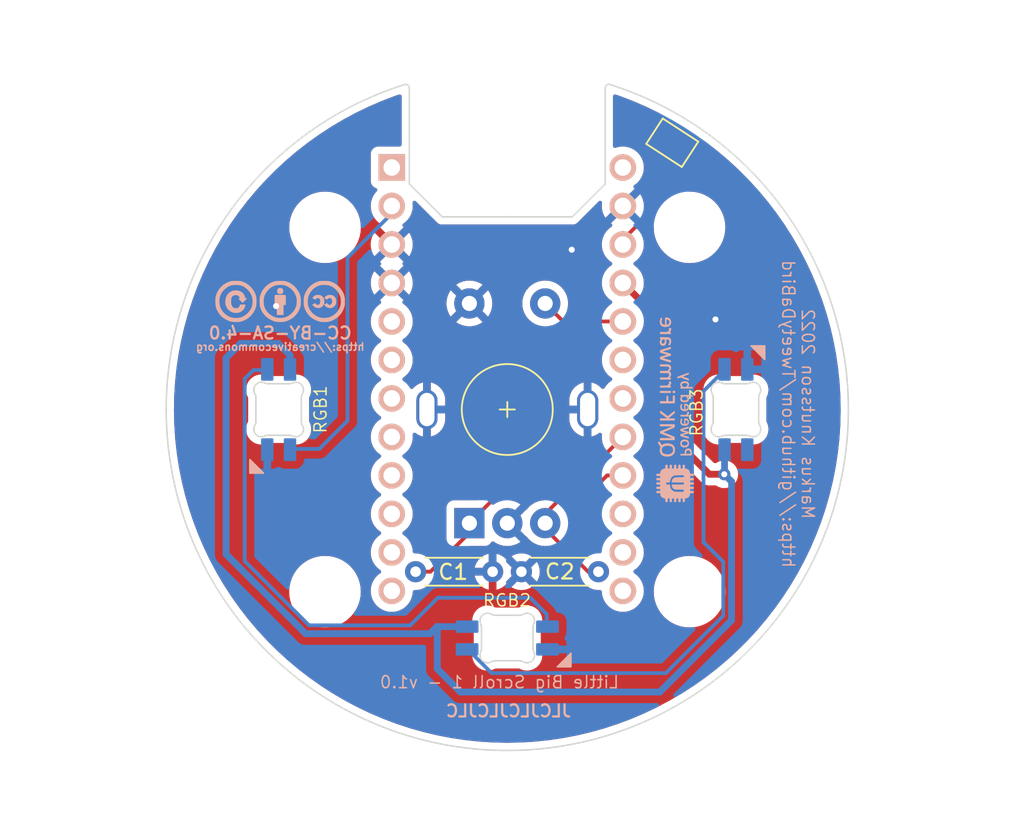
<source format=kicad_pcb>
(kicad_pcb (version 20211014) (generator pcbnew)
  (title_block (title "Litte Big Scroll 1") (date "2022-04-07") (rev "v1.0") (company "Tweety's Wild Thinking") (comment 1 "Markus Knutsson <markus.knutsson@tweety.se>") (comment 2 "https://github.com/TweetyDaBird") (comment 3 "Licensed under Creative Commons BY-SA 4.0 International "))
  (layers (0 "F.Cu" signal) (31 "B.Cu" signal) (34 "B.Paste" user) (35 "F.Paste" user) (36 "B.SilkS" user "B.Silkscreen") (37 "F.SilkS" user "F.Silkscreen") (38 "B.Mask" user) (39 "F.Mask" user) (44 "Edge.Cuts" user))
  (net 0 "")
  (net 1 "ENC_A")
  (net 2 "GND")
  (net 3 "ENC_B")
  (net 4 "Net-(J1-Pad2)")
  (net 5 "VCC")
  (net 6 "Net-(RGB1-Pad2)")
  (net 7 "RGB")
  (net 8 "Net-(RGB2-Pad2)")
  (net 25 "Key")
  (footprint "Keyboard Switches & Encoders:Spacer PCB hole" (layer "F.Cu") (at 43.097185 72.726815)
    (fp_text reference "H3" hide)
    (fp_text value "Spacer_PCB" hide)
    (pad "" np_thru_hole circle (at 0 0) (size 3.7 3.7) (drill 3.7) (layers *.Cu *.Mask))
  )
  (footprint "Keyboard Switches & Encoders:Spacer PCB hole" (layer "F.Cu") (at 43.097185 48.685185)
    (fp_text reference "H1" hide)
    (fp_text value "Spacer_PCB" hide)
    (pad "" np_thru_hole circle (at 0 0) (size 3.7 3.7) (drill 3.7) (layers *.Cu *.Mask))
  )
  (footprint "Keyboard Switches & Encoders:RGB_SK6812MINI-E" (layer "F.Cu") (at 65.118 60.706 90)
    (fp_text reference "RGB3" (at -0.194 2.482 90) (layer "F.SilkS") (effects (font (size 0.8 0.8) (thickness 0.1))))
    (fp_text value "SK6812MINI-E")
    (fp_line (start 0.794452 6.579999) (end -0.794452 6.579999) (layer "Edge.Cuts") (width 0.1))
    (fp_line (start -0.794452 3.58) (end 0.794453 3.58) (layer "Edge.Cuts") (width 0.1))
    (fp_line (start 1.699999 4.377157) (end 1.699999 5.782841) (layer "Edge.Cuts") (width 0.1))
    (fp_line (start -1.699999 5.782841) (end -1.699999 4.377157) (layer "Edge.Cuts") (width 0.1))
    (fp_arc (start 1.749484 5.999718) (mid 1.638072 6.584034) (end 1.046711 6.648298) (layer "Edge.Cuts") (width 0.1))
    (fp_arc (start 0.794452 6.579999) (mid 0.925123 6.597376) (end 1.046711 6.648298) (layer "Edge.Cuts") (width 0.1))
    (fp_arc (start -1.04671 6.648298) (mid -0.925122 6.597376) (end -0.794452 6.579999) (layer "Edge.Cuts") (width 0.1))
    (fp_arc (start -1.046711 6.648296) (mid -1.63807 6.584033) (end -1.749484 5.999719) (layer "Edge.Cuts") (width 0.1))
    (fp_arc (start -1.749484 4.160279) (mid -1.638071 3.575964) (end -1.046711 3.5117) (layer "Edge.Cuts") (width 0.1))
    (fp_arc (start 1.749484 5.999719) (mid 1.712518 5.894069) (end 1.699999 5.782841) (layer "Edge.Cuts") (width 0.1))
    (fp_arc (start 1.699999 4.377156) (mid 1.712527 4.26593) (end 1.749484 4.160279) (layer "Edge.Cuts") (width 0.1))
    (fp_arc (start 1.046711 3.511701) (mid 1.638071 3.575964) (end 1.749484 4.160279) (layer "Edge.Cuts") (width 0.1))
    (fp_arc (start -1.749484 4.160279) (mid -1.712527 4.265931) (end -1.699999 4.377157) (layer "Edge.Cuts") (width 0.1))
    (fp_arc (start -0.794453 3.579999) (mid -0.925123 3.562622) (end -1.046711 3.5117) (layer "Edge.Cuts") (width 0.1))
    (fp_arc (start 1.046711 3.511701) (mid 0.925123 3.562623) (end 0.794453 3.58) (layer "Edge.Cuts") (width 0.1))
    (fp_arc (start -1.699999 5.782842) (mid -1.712527 5.894067) (end -1.749484 5.999719) (layer "Edge.Cuts") (width 0.1))
    (pad "1" smd roundrect (at -2.65 4.329999) (size 0.82 1.5) (layers "B.Cu" "B.Paste" "B.Mask") (roundrect_rratio 0.1) (net 5 "VCC"))
    (pad "2" smd roundrect (at -2.65 5.829999) (size 0.82 1.5) (layers "B.Cu" "B.Paste" "B.Mask") (roundrect_rratio 0.1))
    (pad "3" smd roundrect (at 2.65 5.829999) (size 0.82 1.5) (layers "B.Cu" "B.Paste" "B.Mask") (roundrect_rratio 0.1) (net 2 "GND"))
    (pad "4" smd roundrect (at 2.65 4.329999) (size 0.82 1.5) (layers "B.Cu" "B.Paste" "B.Mask") (roundrect_rratio 0.1) (net 8 "Net-(RGB2-Pad2)"))
  )
  (footprint "Keyboard Switches & Encoders:Spacer PCB hole" (layer "F.Cu") (at 67.138815 72.726815)
    (fp_text reference "H2" hide)
    (fp_text value "Spacer_PCB" hide)
    (pad "" np_thru_hole circle (at 0 0) (size 3.7 3.7) (drill 3.7) (layers *.Cu *.Mask))
  )
  (footprint "Keyboard Switches & Encoders:RGB_SK6812MINI-E" (layer "F.Cu") (at 45.118 60.706 -90)
    (fp_text reference "RGB1" (at -0.006 2.318 90) (layer "F.SilkS") (effects (font (size 0.8 0.8) (thickness 0.1))))
    (fp_text value "SK6812MINI-E")
    (fp_line (start -1.699999 5.782841) (end -1.699999 4.377157) (layer "Edge.Cuts") (width 0.1))
    (fp_line (start -0.794452 3.58) (end 0.794453 3.58) (layer "Edge.Cuts") (width 0.1))
    (fp_line (start 1.699999 4.377157) (end 1.699999 5.782841) (layer "Edge.Cuts") (width 0.1))
    (fp_line (start 0.794452 6.579999) (end -0.794452 6.579999) (layer "Edge.Cuts") (width 0.1))
    (fp_arc (start 0.794452 6.579999) (mid 0.925123 6.597376) (end 1.046711 6.648298) (layer "Edge.Cuts") (width 0.1))
    (fp_arc (start 1.046711 3.511701) (mid 0.925123 3.562623) (end 0.794453 3.58) (layer "Edge.Cuts") (width 0.1))
    (fp_arc (start -1.749484 4.160279) (mid -1.712527 4.265931) (end -1.699999 4.377157) (layer "Edge.Cuts") (width 0.1))
    (fp_arc (start -1.04671 6.648298) (mid -0.925122 6.597376) (end -0.794452 6.579999) (layer "Edge.Cuts") (width 0.1))
    (fp_arc (start -1.699999 5.782842) (mid -1.712527 5.894067) (end -1.749484 5.999719) (layer "Edge.Cuts") (width 0.1))
    (fp_arc (start -1.749484 4.160279) (mid -1.638071 3.575964) (end -1.046711 3.5117) (layer "Edge.Cuts") (width 0.1))
    (fp_arc (start -1.046711 6.648296) (mid -1.63807 6.584033) (end -1.749484 5.999719) (layer "Edge.Cuts") (width 0.1))
    (fp_arc (start 1.699999 4.377156) (mid 1.712527 4.26593) (end 1.749484 4.160279) (layer "Edge.Cuts") (width 0.1))
    (fp_arc (start 1.749484 5.999719) (mid 1.712518 5.894069) (end 1.699999 5.782841) (layer "Edge.Cuts") (width 0.1))
    (fp_arc (start -0.794453 3.579999) (mid -0.925123 3.562622) (end -1.046711 3.5117) (layer "Edge.Cuts") (width 0.1))
    (fp_arc (start 1.046711 3.511701) (mid 1.638071 3.575964) (end 1.749484 4.160279) (layer "Edge.Cuts") (width 0.1))
    (fp_arc (start 1.749484 5.999718) (mid 1.638072 6.584034) (end 1.046711 6.648298) (layer "Edge.Cuts") (width 0.1))
    (pad "1" smd roundrect (at -2.65 4.329999 180) (size 0.82 1.5) (layers "B.Cu" "B.Paste" "B.Mask") (roundrect_rratio 0.1) (net 5 "VCC"))
    (pad "2" smd roundrect (at -2.65 5.829999 180) (size 0.82 1.5) (layers "B.Cu" "B.Paste" "B.Mask") (roundrect_rratio 0.1) (net 6 "Net-(RGB1-Pad2)"))
    (pad "3" smd roundrect (at 2.65 5.829999 180) (size 0.82 1.5) (layers "B.Cu" "B.Paste" "B.Mask") (roundrect_rratio 0.1) (net 2 "GND"))
    (pad "4" smd roundrect (at 2.65 4.329999 180) (size 0.82 1.5) (layers "B.Cu" "B.Paste" "B.Mask") (roundrect_rratio 0.1) (net 7 "RGB"))
  )
  (footprint "Resistor_THT:R_Axial_DIN0204_L3.6mm_D1.6mm_P5.08mm_Horizontal" (layer "F.Cu") (at 56.05 71.41)
    (fp_text reference "C2" (at 2.53 -0.01) (layer "F.SilkS"))
    (fp_text value "100nF")
    (pad "1" thru_hole circle locked (at 0 0) (size 1.4 1.4) (drill 0.7) (layers *.Cu *.Mask) (net 2 "GND"))
    (pad "2" thru_hole oval locked (at 5.08 0) (size 1.4 1.4) (drill 0.7) (layers *.Cu *.Mask) (net 3 "ENC_B"))
  )
  (footprint "Keyboard Switches & Encoders:Spacer PCB hole" (layer "F.Cu") (at 67.138815 48.685185)
    (fp_text reference "H4" hide)
    (fp_text value "Spacer_PCB" hide)
    (pad "" np_thru_hole circle (at 0 0) (size 3.7 3.7) (drill 3.7) (layers *.Cu *.Mask))
  )
  (footprint "Keyboard Switches & Encoders:RGB_SK6812MINI-E" (layer "F.Cu") (at 55.118 70.706)
    (fp_text reference "RGB2" (at -0.018 2.594 unlocked) (layer "F.SilkS") (effects (font (size 0.8 0.8) (thickness 0.1))))
    (fp_text value "SK6812MINI-E")
    (fp_line (start -0.794452 3.58) (end 0.794453 3.58) (layer "Edge.Cuts") (width 0.1))
    (fp_line (start 1.699999 4.377157) (end 1.699999 5.782841) (layer "Edge.Cuts") (width 0.1))
    (fp_line (start 0.794452 6.579999) (end -0.794452 6.579999) (layer "Edge.Cuts") (width 0.1))
    (fp_line (start -1.699999 5.782841) (end -1.699999 4.377157) (layer "Edge.Cuts") (width 0.1))
    (fp_arc (start 1.046711 3.511701) (mid 0.925123 3.562623) (end 0.794453 3.58) (layer "Edge.Cuts") (width 0.1))
    (fp_arc (start 1.749484 5.999718) (mid 1.638072 6.584034) (end 1.046711 6.648298) (layer "Edge.Cuts") (width 0.1))
    (fp_arc (start -1.699999 5.782842) (mid -1.712527 5.894067) (end -1.749484 5.999719) (layer "Edge.Cuts") (width 0.1))
    (fp_arc (start 1.749484 5.999719) (mid 1.712518 5.894069) (end 1.699999 5.782841) (layer "Edge.Cuts") (width 0.1))
    (fp_arc (start 1.699999 4.377156) (mid 1.712527 4.26593) (end 1.749484 4.160279) (layer "Edge.Cuts") (width 0.1))
    (fp_arc (start -0.794453 3.579999) (mid -0.925123 3.562622) (end -1.046711 3.5117) (layer "Edge.Cuts") (width 0.1))
    (fp_arc (start -1.04671 6.648298) (mid -0.925122 6.597376) (end -0.794452 6.579999) (layer "Edge.Cuts") (width 0.1))
    (fp_arc (start -1.749484 4.160279) (mid -1.712527 4.265931) (end -1.699999 4.377157) (layer "Edge.Cuts") (width 0.1))
    (fp_arc (start -1.046711 6.648296) (mid -1.63807 6.584033) (end -1.749484 5.999719) (layer "Edge.Cuts") (width 0.1))
    (fp_arc (start -1.749484 4.160279) (mid -1.638071 3.575964) (end -1.046711 3.5117) (layer "Edge.Cuts") (width 0.1))
    (fp_arc (start 0.794452 6.579999) (mid 0.925123 6.597376) (end 1.046711 6.648298) (layer "Edge.Cuts") (width 0.1))
    (fp_arc (start 1.046711 3.511701) (mid 1.638071 3.575964) (end 1.749484 4.160279) (layer "Edge.Cuts") (width 0.1))
    (pad "1" smd roundrect (at -2.65 4.329999 270) (size 0.82 1.5) (layers "B.Cu" "B.Paste" "B.Mask") (roundrect_rratio 0.1) (net 5 "VCC"))
    (pad "2" smd roundrect (at -2.65 5.829999 270) (size 0.82 1.5) (layers "B.Cu" "B.Paste" "B.Mask") (roundrect_rratio 0.1) (net 8 "Net-(RGB2-Pad2)"))
    (pad "3" smd roundrect (at 2.65 5.829999 270) (size 0.82 1.5) (layers "B.Cu" "B.Paste" "B.Mask") (roundrect_rratio 0.1) (net 2 "GND"))
    (pad "4" smd roundrect (at 2.65 4.329999 270) (size 0.82 1.5) (layers "B.Cu" "B.Paste" "B.Mask") (roundrect_rratio 0.1) (net 6 "Net-(RGB1-Pad2)"))
  )
  (footprint "Keyboard Library:RotaryEncoder_Alps_EC11E-Switch_Vertical_H20_special" (layer "F.Cu") (at 55.118 60.706 90)
    (fp_text reference "SW5" hide)
    (fp_text value "Rotary_Encoder_Switch")
    (pad "A" thru_hole rect locked (at -7.5 -2.5 90) (size 2 2) (drill 1) (layers *.Cu *.Mask) (net 1 "ENC_A"))
    (pad "B" thru_hole circle locked (at -7.5 2.5 90) (size 2 2) (drill 1) (layers *.Cu *.Mask) (net 3 "ENC_B"))
    (pad "C" thru_hole circle locked (at -7.5 0 90) (size 2 2) (drill 1) (layers *.Cu *.Mask) (net 2 "GND"))
    (pad "MP1" thru_hole oval locked (at 0 -5.3 90) (size 2.6 1.4) (drill oval 2.2 1) (layers *.Cu *.Mask) (net 2 "GND"))
    (pad "MP2" thru_hole oval locked (at 0 5.3 90) (size 2.6 1.4) (drill oval 2.2 1) (layers *.Cu *.Mask) (net 2 "GND"))
    (pad "S1" thru_hole circle locked (at 7 2.5 90) (size 2 2) (drill 1) (layers *.Cu *.Mask) (net 25 "Key"))
    (pad "S2" thru_hole circle locked (at 7 -2.5 90) (size 2 2) (drill 1) (layers *.Cu *.Mask) (net 2 "GND"))
  )
  (footprint "Common Library:ProMicro" (layer "F.Cu") (at 55.118 58.706 -90)
    (fp_text reference "U1" hide)
    (fp_text value "ProMicro" hide)
    (pad "1" thru_hole rect (at -13.97 7.62 270) (size 1.7526 1.7526) (drill 1.0922) (layers *.Cu *.SilkS *.Mask))
    (pad "2" thru_hole circle (at -11.43 7.62 270) (size 1.7526 1.7526) (drill 1.0922) (layers *.Cu *.SilkS *.Mask) (net 7 "RGB"))
    (pad "3" thru_hole circle (at -8.89 7.62 270) (size 1.7526 1.7526) (drill 1.0922) (layers *.Cu *.SilkS *.Mask) (net 2 "GND"))
    (pad "4" thru_hole circle (at -6.35 7.62 270) (size 1.7526 1.7526) (drill 1.0922) (layers *.Cu *.SilkS *.Mask) (net 2 "GND"))
    (pad "5" thru_hole circle (at -3.81 7.62 270) (size 1.7526 1.7526) (drill 1.0922) (layers *.Cu *.SilkS *.Mask))
    (pad "6" thru_hole circle (at -1.27 7.62 270) (size 1.7526 1.7526) (drill 1.0922) (layers *.Cu *.SilkS *.Mask))
    (pad "7" thru_hole circle (at 1.27 7.62 270) (size 1.7526 1.7526) (drill 1.0922) (layers *.Cu *.SilkS *.Mask))
    (pad "8" thru_hole circle (at 3.81 7.62 270) (size 1.7526 1.7526) (drill 1.0922) (layers *.Cu *.SilkS *.Mask))
    (pad "9" thru_hole circle (at 6.35 7.62 270) (size 1.7526 1.7526) (drill 1.0922) (layers *.Cu *.SilkS *.Mask))
    (pad "10" thru_hole circle (at 8.89 7.62 270) (size 1.7526 1.7526) (drill 1.0922) (layers *.Cu *.SilkS *.Mask))
    (pad "11" thru_hole circle (at 11.43 7.62 270) (size 1.7526 1.7526) (drill 1.0922) (layers *.Cu *.SilkS *.Mask))
    (pad "12" thru_hole circle (at 13.97 7.62 270) (size 1.7526 1.7526) (drill 1.0922) (layers *.Cu *.SilkS *.Mask))
    (pad "13" thru_hole circle (at 13.97 -7.62 270) (size 1.7526 1.7526) (drill 1.0922) (layers *.Cu *.SilkS *.Mask))
    (pad "14" thru_hole circle (at 11.43 -7.62 270) (size 1.7526 1.7526) (drill 1.0922) (layers *.Cu *.SilkS *.Mask))
    (pad "15" thru_hole circle (at 8.89 -7.62 270) (size 1.7526 1.7526) (drill 1.0922) (layers *.Cu *.SilkS *.Mask))
    (pad "16" thru_hole circle (at 6.35 -7.62 270) (size 1.7526 1.7526) (drill 1.0922) (layers *.Cu *.SilkS *.Mask) (net 3 "ENC_B"))
    (pad "17" thru_hole circle (at 3.81 -7.62 270) (size 1.7526 1.7526) (drill 1.0922) (layers *.Cu *.SilkS *.Mask) (net 1 "ENC_A"))
    (pad "18" thru_hole circle (at 1.27 -7.62 270) (size 1.7526 1.7526) (drill 1.0922) (layers *.Cu *.SilkS *.Mask))
    (pad "19" thru_hole circle (at -1.27 -7.62 270) (size 1.7526 1.7526) (drill 1.0922) (layers *.Cu *.SilkS *.Mask))
    (pad "20" thru_hole circle (at -3.81 -7.62 270) (size 1.7526 1.7526) (drill 1.0922) (layers *.Cu *.SilkS *.Mask) (net 25 "Key"))
    (pad "21" thru_hole circle (at -6.35 -7.62 270) (size 1.7526 1.7526) (drill 1.0922) (layers *.Cu *.SilkS *.Mask) (net 5 "VCC"))
    (pad "22" thru_hole circle (at -8.89 -7.62 270) (size 1.7526 1.7526) (drill 1.0922) (layers *.Cu *.SilkS *.Mask) (net 4 "Net-(J1-Pad2)"))
    (pad "23" thru_hole circle (at -11.43 -7.62 270) (size 1.7526 1.7526) (drill 1.0922) (layers *.Cu *.SilkS *.Mask) (net 2 "GND"))
    (pad "24" thru_hole circle (at -13.97 -7.62 270) (size 1.7526 1.7526) (drill 1.0922) (layers *.Cu *.SilkS *.Mask))
  )
  (footprint "Jumper:SolderJumper-2_P1.3mm_Open_Pad1.0x1.5mm" (layer "F.Cu") (at 66 43.1 -33)
    (fp_text reference "J1" hide)
    (fp_text value "Conn_01x02")
    (pad "1" smd rect (at -0.65 0 327) (size 1 1.5) (layers "F.Cu" "F.Mask") (net 2 "GND"))
    (pad "2" smd rect (at 0.65 0 327) (size 1 1.5) (layers "F.Cu" "F.Mask") (net 4 "Net-(J1-Pad2)"))
  )
  (footprint "Resistor_THT:R_Axial_DIN0204_L3.6mm_D1.6mm_P5.08mm_Horizontal" (layer "F.Cu") (at 49.07 71.41)
    (fp_text reference "C1" (at 2.48 0.02) (layer "F.SilkS"))
    (fp_text value "100nF")
    (pad "1" thru_hole circle locked (at 0 0) (size 1.4 1.4) (drill 0.7) (layers *.Cu *.Mask) (net 1 "ENC_A"))
    (pad "2" thru_hole oval locked (at 5.08 0) (size 1.4 1.4) (drill 0.7) (layers *.Cu *.Mask) (net 2 "GND"))
  )
  (footprint "Logotypes:CC_BY_SA_40" (layer "B.Cu") (at 40.1 54.5 180)
    (fp_text reference "Logo1")
    (fp_text value "CC-BY-SA-4.0" (at -0.041555 -1.16) (layer "B.SilkS") (effects (font (size 0.8 0.8)) (justify mirror)))
    (fp_text user "https://creativecommons.org" (at -0.041555 -2.07) (layer "B.SilkS") (effects (font (size 0.5 0.5) (thickness 0.1)) (justify mirror)))
  )
  (footprint "Logotypes:Powered_by_QMK" (layer "B.Cu") (at 66.2 60.7 90)
    (fp_text reference "Logo2" hide)
    (fp_text value "QMK_Logo" hide)
  )
  (gr_line (start 55.118 47.99) (end 59.41 47.99) (layer "Edge.Cuts") (width 0.1))
  (gr_line (start 61.58 45.82) (end 61.579801 39.490199) (layer "Edge.Cuts") (width 0.1))
  (gr_line (start 55.118 47.99) (end 50.83 47.99) (layer "Edge.Cuts") (width 0.1))
  (gr_line (start 61.58 45.82) (end 59.41 47.99) (layer "Edge.Cuts") (width 0.1))
  (gr_line (start 48.66 45.82) (end 48.66 39.49) (layer "Edge.Cuts") (width 0.1))
  (gr_line (start 48.66 45.82) (end 50.83 47.99) (layer "Edge.Cuts") (width 0.1))
  (gr_arc (start 61.579801 39.490199) (mid 61.653083 39.313282) (end 61.83 39.24) (layer "Edge.Cuts") (width 0.1))
  (gr_arc (start 61.83 39.24) (mid 55.119248 83.208152) (end 48.409801 39.239801) (layer "Edge.Cuts") (width 0.1))
  (gr_arc (start 48.409801 39.239801) (mid 48.586718 39.313083) (end 48.66 39.49) (layer "Edge.Cuts") (width 0.1))
  (gr_text "Little Big Scroll 1 - v1.0" (at 54.6 78.7) (layer "B.SilkS") (effects (font (size 0.8 0.8) (thickness 0.1)) (justify mirror)))
  (gr_text "JLCJLCJLCJLC" (at 55.2 80.6) (layer "B.SilkS") (effects (font (size 0.8 0.8)) (justify mirror)))
  (gr_text "Markus Knutsson 2022\nhttps://github.com/TweetyDaBird" (at 74.3 61 270) (layer "B.SilkS") (effects (font (size 0.8 0.8) (thickness 0.1)) (justify mirror)))
  (segment (start 52.618 68.842) (end 50.05 71.41) (width 0.25) (layer "F.Cu") (net 1))
  (segment (start 59.85 65.404) (end 59.85 65.47) (width 0.25) (layer "F.Cu") (net 1))
  (segment (start 50.05 71.41) (end 49.08 71.41) (width 0.25) (layer "F.Cu") (net 1))
  (segment (start 52.618 68.206) (end 52.618 68.842) (width 0.25) (layer "F.Cu") (net 1))
  (segment (start 62.738 62.516) (end 59.85 65.404) (width 0.25) (layer "F.Cu") (net 1))
  (segment (start 55.354 65.47) (end 52.618 68.206) (width 0.25) (layer "F.Cu") (net 1))
  (segment (start 59.85 65.47) (end 55.354 65.47) (width 0.25) (layer "F.Cu") (net 1))
  (via (at 39.87 53.88) (size 0.8) (drill 0.4) (layers "F.Cu" "B.Cu") (net 2))
  (via (at 59.37 50.16) (size 0.8) (drill 0.4) (layers "F.Cu" "B.Cu") (net 2))
  (via (at 68.85 54.76) (size 0.8) (drill 0.4) (layers "F.Cu" "B.Cu") (net 2))
  (segment (start 62.738 47.276) (end 59.854 50.16) (width 0.45) (layer "B.Cu") (net 2))
  (segment (start 59.854 50.16) (end 59.37 50.16) (width 0.45) (layer "B.Cu") (net 2))
  (segment (start 60.45 71.41) (end 61.12 71.41) (width 0.25) (layer "F.Cu") (net 3))
  (segment (start 62.738 65.056) (end 61.704 65.056) (width 0.25) (layer "F.Cu") (net 3))
  (segment (start 57.618 68.206) (end 57.618 68.578) (width 0.25) (layer "F.Cu") (net 3))
  (segment (start 58.59 66.62) (end 57.618 67.592) (width 0.25) (layer "F.Cu") (net 3))
  (segment (start 60.14 66.62) (end 58.59 66.62) (width 0.25) (layer "F.Cu") (net 3))
  (segment (start 57.618 67.592) (end 57.618 68.206) (width 0.25) (layer "F.Cu") (net 3))
  (segment (start 57.618 68.578) (end 60.45 71.41) (width 0.25) (layer "F.Cu") (net 3))
  (segment (start 61.704 65.056) (end 60.14 66.62) (width 0.25) (layer "F.Cu") (net 3))
  (segment (start 66.800918 45.439082) (end 66.800918 43.668968) (width 0.25) (layer "F.Cu") (net 4))
  (segment (start 62.738 49.502) (end 66.800918 45.439082) (width 0.25) (layer "F.Cu") (net 4))
  (segment (start 62.738 49.816) (end 62.738 49.502) (width 0.25) (layer "F.Cu") (net 4))
  (segment (start 66.25 55.868) (end 66.25 62.78) (width 0.45) (layer "F.Cu") (net 5))
  (segment (start 66.25 62.78) (end 68.45 64.98) (width 0.45) (layer "F.Cu") (net 5))
  (segment (start 62.738 52.356) (end 66.25 55.868) (width 0.45) (layer "F.Cu") (net 5))
  (segment (start 68.45 64.98) (end 69.43 64.98) (width 0.45) (layer "F.Cu") (net 5))
  (via (at 69.43 64.98) (size 0.8) (drill 0.4) (layers "F.Cu" "B.Cu") (net 5))
  (segment (start 36.57 57.3) (end 36.57 70.257125) (width 0.45) (layer "B.Cu") (net 5))
  (segment (start 52.03 79.35) (end 65.177125 79.35) (width 0.45) (layer "B.Cu") (net 5))
  (segment (start 69.447999 64.962001) (end 69.43 64.98) (width 0.45) (layer "B.Cu") (net 5))
  (segment (start 41.813722 75.500847) (end 50.019153 75.500847) (width 0.45) (layer "B.Cu") (net 5))
  (segment (start 69.912846 65.462846) (end 69.43 64.98) (width 0.45) (layer "B.Cu") (net 5))
  (segment (start 40.788001 58.106) (end 40.788001 57.118001) (width 0.45) (layer "B.Cu") (net 5))
  (segment (start 37.53 56.34) (end 36.57 57.3) (width 0.45) (layer "B.Cu") (net 5))
  (segment (start 36.57 70.257125) (end 41.813722 75.500847) (width 0.45) (layer "B.Cu") (net 5))
  (segment (start 50.5 77.82) (end 52.03 79.35) (width 0.45) (layer "B.Cu") (net 5))
  (segment (start 52.518 75.035999) (end 50.515999 75.035999) (width 0.45) (layer "B.Cu") (net 5))
  (segment (start 40.01 56.34) (end 37.53 56.34) (width 0.45) (layer "B.Cu") (net 5))
  (segment (start 50.515999 75.035999) (end 50.5 75.02) (width 0.45) (layer "B.Cu") (net 5))
  (segment (start 69.447999 63.306) (end 69.447999 64.962001) (width 0.45) (layer "B.Cu") (net 5))
  (segment (start 40.788001 57.118001) (end 40.01 56.34) (width 0.45) (layer "B.Cu") (net 5))
  (segment (start 69.912846 74.614279) (end 69.912846 65.462846) (width 0.45) (layer "B.Cu") (net 5))
  (segment (start 65.177125 79.35) (end 69.912846 74.614279) (width 0.45) (layer "B.Cu") (net 5))
  (segment (start 50.5 75.02) (end 50.5 77.82) (width 0.45) (layer "B.Cu") (net 5))
  (segment (start 50.019153 75.500847) (end 50.5 75.02) (width 0.45) (layer "B.Cu") (net 5))
  (segment (start 48.718664 74.951336) (end 50.54 73.13) (width 0.25) (layer "B.Cu") (net 6))
  (segment (start 38.374 58.106) (end 37.799511 58.680489) (width 0.25) (layer "B.Cu") (net 6))
  (segment (start 37.799511 58.680489) (end 37.799511 70.709511) (width 0.25) (layer "B.Cu") (net 6))
  (segment (start 50.54 73.13) (end 56.63 73.13) (width 0.25) (layer "B.Cu") (net 6))
  (segment (start 42.041336 74.951336) (end 48.718664 74.951336) (width 0.25) (layer "B.Cu") (net 6))
  (segment (start 39.288001 58.106) (end 38.374 58.106) (width 0.25) (layer "B.Cu") (net 6))
  (segment (start 56.63 73.13) (end 57.718 74.218) (width 0.25) (layer "B.Cu") (net 6))
  (segment (start 57.718 74.218) (end 57.718 75.035999) (width 0.25) (layer "B.Cu") (net 6))
  (segment (start 37.799511 70.709511) (end 42.041336 74.951336) (width 0.25) (layer "B.Cu") (net 6))
  (segment (start 44.58 61.45) (end 44.58 50.69) (width 0.25) (layer "B.Cu") (net 7))
  (segment (start 44.58 50.69) (end 47.498 47.772) (width 0.25) (layer "B.Cu") (net 7))
  (segment (start 42.724 63.306) (end 44.58 61.45) (width 0.25) (layer "B.Cu") (net 7))
  (segment (start 40.788001 63.306) (end 42.724 63.306) (width 0.25) (layer "B.Cu") (net 7))
  (segment (start 47.498 47.772) (end 47.498 47.276) (width 0.25) (layer "B.Cu") (net 7))
  (segment (start 69.363336 74.316664) (end 69.363336 70.763336) (width 0.25) (layer "B.Cu") (net 8))
  (segment (start 68.060243 59.493756) (end 69.447999 58.106) (width 0.25) (layer "B.Cu") (net 8))
  (segment (start 68.060243 69.460243) (end 68.060243 59.493756) (width 0.25) (layer "B.Cu") (net 8))
  (segment (start 69.363336 70.763336) (end 68.060243 69.460243) (width 0.25) (layer "B.Cu") (net 8))
  (segment (start 65.58 78.1) (end 69.363336 74.316664) (width 0.25) (layer "B.Cu") (net 8))
  (segment (start 54.082001 78.1) (end 65.58 78.1) (width 0.25) (layer "B.Cu") (net 8))
  (segment (start 52.518 76.535999) (end 54.082001 78.1) (width 0.25) (layer "B.Cu") (net 8))
  (segment (start 62.738 54.896) (end 58.808 54.896) (width 0.25) (layer "F.Cu") (net 25))
  (segment (start 58.808 54.896) (end 57.618 53.706) (width 0.25) (layer "F.Cu") (net 25))
  (zone (net 2) (net_name "GND") (layers F&B.Cu) (connect_pads (clearance 0.508)) (min_thickness 0.254) (fill yes (thermal_gap 0.508) (thermal_bridge_width 0.508))
    (polygon (pts (xy 89.22 87.82) (xy 21.66 87.82) (xy 21.66 33.68) (xy 89.22 33.68)))
  )
)
</source>
